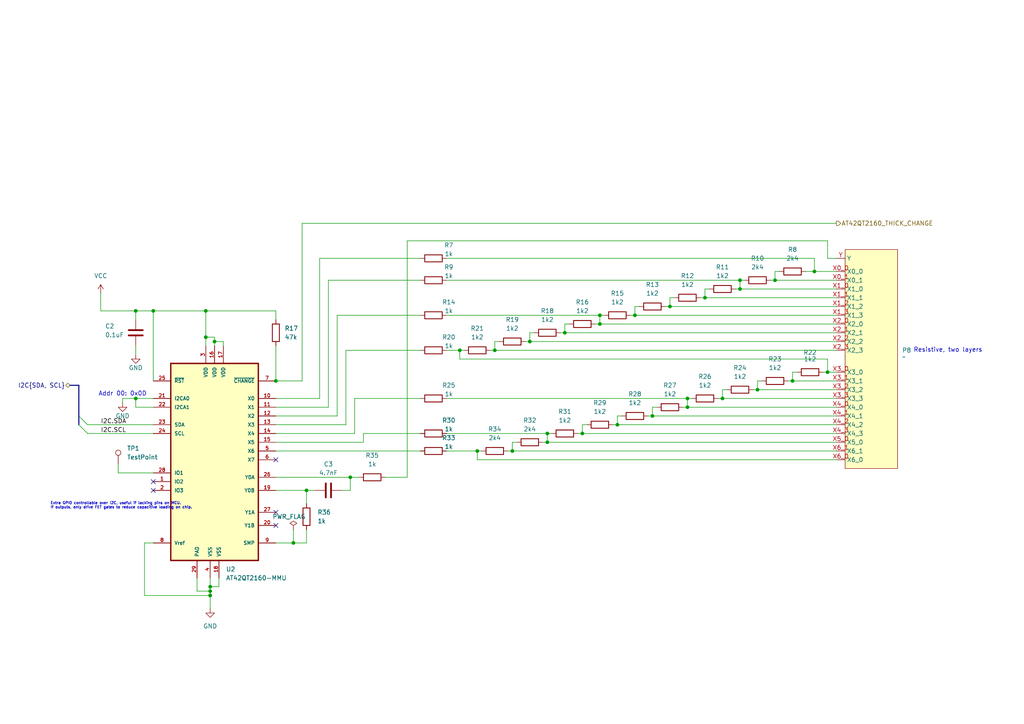
<source format=kicad_sch>
(kicad_sch (version 20231120) (generator "eeschema") (generator_version "8.0")
  (paper "A4")
  (lib_symbols
    (symbol "AT42QT2160-MMU:AT42QT2160-MMU" (pin_names (offset 1.016))
      (property "Reference" "U3" (at 3.2894 -36.83 0))
      (property "Value" "AT42QT2160-MMU" (at 3.2894 -39.37 0))
      (symbol "AT42QT2160-MMU_0_0"
        (rectangle (start -12.7 22.86) (end 12.7 -34.29) (stroke (width 0.4064)) (fill (type background)))
      )
      (symbol "AT42QT2160-MMU_1_0"
        (pin bidirectional line (at -17.78 -11.43 0) (length 5.08) (name "IO2") (number "1"))
        (pin passive line (at 17.78 12.7 180) (length 5.08) (name "X0") (number "10"))
        (pin passive line (at 17.78 10.16 180) (length 5.08) (name "X1") (number "11"))
        (pin passive line (at 17.78 7.62 180) (length 5.08) (name "X2") (number "12"))
        (pin passive line (at 17.78 5.08 180) (length 5.08) (name "X3") (number "13"))
        (pin passive line (at 17.78 2.54 180) (length 5.08) (name "X4") (number "14"))
        (pin passive line (at 17.78 0 180) (length 5.08) (name "X5") (number "15"))
        (pin power_in line (at 0 27.94 270) (length 5.08) (name "VDD") (number "16"))
        (pin power_in line (at 2.54 27.94 270) (length 5.08) (name "VDD") (number "17"))
        (pin power_in line (at 1.27 -39.37 90) (length 5.08) (name "VSS") (number "18"))
        (pin passive line (at 17.78 -13.97 180) (length 5.08) (name "Y0B") (number "19"))
        (pin bidirectional line (at -17.78 -13.97 0) (length 5.08) (name "IO3") (number "2"))
        (pin passive line (at 17.78 -24.13 180) (length 5.08) (name "Y1B") (number "20"))
        (pin input line (at -17.78 12.7 0) (length 5.08) (name "I2CA0") (number "21"))
        (pin input line (at -17.78 10.16 0) (length 5.08) (name "I2CA1") (number "22"))
        (pin bidirectional line (at -17.78 5.08 0) (length 5.08) (name "SDA") (number "23"))
        (pin bidirectional line (at -17.78 2.54 0) (length 5.08) (name "SCL") (number "24"))
        (pin input line (at -17.78 17.78 0) (length 5.08) (name "~{RST}") (number "25"))
        (pin passive line (at 17.78 -10.16 180) (length 5.08) (name "Y0A") (number "26"))
        (pin passive line (at 17.78 -20.32 180) (length 5.08) (name "Y1A") (number "27"))
        (pin bidirectional line (at -17.78 -8.89 0) (length 5.08) (name "IO1") (number "28"))
        (pin power_in line (at -5.08 -39.37 90) (length 5.08) (name "PAD") (number "29"))
        (pin power_in line (at -2.54 27.94 270) (length 5.08) (name "VDD") (number "3"))
        (pin power_in line (at -1.27 -39.37 90) (length 5.08) (name "VSS") (number "4"))
        (pin passive line (at 17.78 -2.54 180) (length 5.08) (name "X6") (number "5"))
        (pin passive line (at 17.78 -5.08 180) (length 5.08) (name "X7") (number "6"))
        (pin output line (at 17.78 17.78 180) (length 5.08) (name "~{CHANGE}") (number "7"))
        (pin power_in line (at -17.78 -29.21 0) (length 5.08) (name "Vref") (number "8"))
        (pin power_in line (at 17.78 -29.21 180) (length 5.08) (name "SMP") (number "9"))
      )
    )
    (symbol "Connector:TestPoint" (pin_numbers hide) (pin_names (offset 0.762) hide)
      (property "Reference" "TP" (at 0 6.858 0))
      (property "Value" "TestPoint" (at 0 5.08 0))
      (symbol "TestPoint_0_1"
        (circle (center 0 3.302) (radius 0.762))
      )
      (symbol "TestPoint_1_1"
        (pin passive line (at 0 0 90) (length 2.54) (name "1") (number "1"))
      )
    )
    (symbol "Device:C" (pin_numbers hide) (pin_names (offset 0.254))
      (property "Reference" "C" (at 0.635 2.54 0))
      (property "Value" "C" (at 0.635 -2.54 0))
      (symbol "C_0_1"
        (polyline (pts (xy -2.032 -0.762) (xy 2.032 -0.762)) (stroke (width 0.508)))
        (polyline (pts (xy -2.032 0.762) (xy 2.032 0.762)) (stroke (width 0.508)))
      )
      (symbol "C_1_1"
        (pin passive line (at 0 3.81 270) (length 2.794) (name "~") (number "1"))
        (pin passive line (at 0 -3.81 90) (length 2.794) (name "~") (number "2"))
      )
    )
    (symbol "Device:R" (pin_numbers hide) (pin_names (offset 0))
      (property "Reference" "R" (at 2.032 0 90))
      (property "Value" "R" (at 0 0 90))
      (symbol "R_0_1"
        (rectangle (start -1.016 -2.54) (end 1.016 2.54) (stroke (width 0.254)))
      )
      (symbol "R_1_1"
        (pin passive line (at 0 3.81 270) (length 1.27) (name "~") (number "1"))
        (pin passive line (at 0 -3.81 90) (length 1.27) (name "~") (number "2"))
      )
    )
    (symbol "Touch:Slider_Resistive_7P_2L"
      (property "Reference" "P" (at 6.35 -53.34 0))
      (symbol "Slider_Resistive_7P_2L_1_1"
        (rectangle (start -7.62 15.24) (end 7.62 -48.26) (fill (type background)))
        (pin output line (at -10.16 8.89 0) (length 2.54) (name "X0_0") (number "X0_0"))
        (pin output line (at -10.16 6.35 0) (length 2.54) (name "X0_1") (number "X0_1"))
        (pin output line (at -10.16 3.81 0) (length 2.54) (name "X1_0") (number "X1_0"))
        (pin output line (at -10.16 1.27 0) (length 2.54) (name "X1_1") (number "X1_1"))
        (pin output line (at -10.16 -1.27 0) (length 2.54) (name "X1_2") (number "X1_2"))
        (pin output line (at -10.16 -3.81 0) (length 2.54) (name "X1_3") (number "X1_3"))
        (pin output line (at -10.16 -6.35 0) (length 2.54) (name "X2_0") (number "X2_0"))
        (pin output line (at -10.16 -8.89 0) (length 2.54) (name "X2_1") (number "X2_1"))
        (pin output line (at -10.16 -11.43 0) (length 2.54) (name "X2_2") (number "X2_2"))
        (pin output line (at -10.16 -13.97 0) (length 2.54) (name "X2_3") (number "X2_3"))
        (pin output line (at -10.16 -20.32 0) (length 2.54) (name "X3_0") (number "X3_0"))
        (pin output line (at -10.16 -22.86 0) (length 2.54) (name "X3_1") (number "X3_1"))
        (pin output line (at -10.16 -25.4 0) (length 2.54) (name "X3_2") (number "X3_2"))
        (pin output line (at -10.16 -27.94 0) (length 2.54) (name "X3_3") (number "X3_3"))
        (pin output line (at -10.16 -30.48 0) (length 2.54) (name "X4_0") (number "X4_0"))
        (pin output line (at -10.16 -33.02 0) (length 2.54) (name "X4_1") (number "X4_1"))
        (pin output line (at -10.16 -35.56 0) (length 2.54) (name "X4_2") (number "X4_2"))
        (pin output line (at -10.16 -38.1 0) (length 2.54) (name "X4_3") (number "X4_3"))
        (pin output line (at -10.16 -40.64 0) (length 2.54) (name "X5_0") (number "X5_0"))
        (pin output line (at -10.16 -45.72 0) (length 2.54) (name "X6_0") (number "X6_0"))
        (pin output line (at -10.16 -43.18 0) (length 2.54) (name "X6_1") (number "X6_1"))
        (pin input line (at -10.16 12.7 0) (length 2.54) (name "Y") (number "Y"))
      )
    )
    (symbol "power:GND" (power) (pin_numbers hide) (pin_names (offset 0) hide)
      (property "Value" "GND" (at 0 -3.81 0))
      (symbol "GND_0_1"
        (polyline (pts (xy 0 0) (xy 0 -1.27) (xy 1.27 -1.27) (xy 0 -2.54) (xy -1.27 -1.27) (xy 0 -1.27)))
      )
      (symbol "GND_1_1"
        (pin power_in line (at 0 0 270) (length 0) (name "~") (number "1"))
      )
    )
    (symbol "power:PWR_FLAG" (power) (pin_numbers hide) (pin_names (offset 0) hide)
      (property "Value" "PWR_FLAG" (at 0 3.81 0))
      (symbol "PWR_FLAG_0_0"
        (pin power_out line (at 0 0 90) (length 0) (name "~") (number "1"))
      )
      (symbol "PWR_FLAG_0_1"
        (polyline (pts (xy 0 0) (xy 0 1.27) (xy -1.016 1.905) (xy 0 2.54) (xy 1.016 1.905) (xy 0 1.27)))
      )
    )
    (symbol "power:VCC" (power) (pin_numbers hide) (pin_names (offset 0) hide)
      (property "Value" "VCC" (at 0 3.556 0))
      (symbol "VCC_0_1"
        (polyline (pts (xy -0.762 1.27) (xy 0 2.54)))
        (polyline (pts (xy 0 0) (xy 0 2.54)))
        (polyline (pts (xy 0 2.54) (xy 0.762 1.27)))
      )
      (symbol "VCC_1_1"
        (pin power_in line (at 0 0 90) (length 0) (name "~") (number "1"))
      )
    )
  )
  (junction (at 184.15 91.44))
  (junction (at 59.69 97.79))
  (junction (at 194.31 88.9))
  (junction (at 138.43 130.81))
  (junction (at 153.67 99.06))
  (junction (at 214.63 81.28))
  (junction (at 204.47 86.36))
  (junction (at 173.99 93.98))
  (junction (at 143.51 101.6))
  (junction (at 44.45 90.17))
  (junction (at 173.99 91.44))
  (junction (at 224.79 81.28))
  (junction (at 60.96 171.45))
  (junction (at 199.39 115.57))
  (junction (at 60.96 172.72))
  (junction (at 240.03 107.95))
  (junction (at 209.55 115.57))
  (junction (at 101.6 138.43))
  (junction (at 163.83 96.52))
  (junction (at 80.01 110.49))
  (junction (at 179.07 123.19))
  (junction (at 39.37 90.17))
  (junction (at 133.35 101.6))
  (junction (at 59.69 90.17))
  (junction (at 189.23 120.65))
  (junction (at 214.63 83.82))
  (junction (at 229.87 110.49))
  (junction (at 199.39 118.11))
  (junction (at 39.37 115.57))
  (junction (at 219.71 113.03))
  (junction (at 85.09 157.48))
  (junction (at 148.59 130.81))
  (junction (at 158.75 128.27))
  (junction (at 168.91 125.73))
  (junction (at 88.9 142.24))
  (junction (at 62.23 99.06))
  (junction (at 236.22 78.74))
  (junction (at 158.75 125.73))
  (junction (at 60.96 170.18))
  (no_connect (at 44.45 139.7))
  (no_connect (at 44.45 142.24))
  (no_connect (at 80.01 152.4))
  (no_connect (at 80.01 148.59))
  (no_connect (at 80.01 133.35))
  (bus_entry (at 22.86 120.65) (size 2.54 2.54))
  (bus_entry (at 22.86 123.19) (size 2.54 2.54))
  (wire (pts (xy 229.87 110.49) (xy 242.57 110.49)))
  (wire (pts (xy 44.45 90.17) (xy 44.45 110.49)))
  (wire (pts (xy 229.87 107.95) (xy 229.87 110.49)))
  (wire (pts (xy 213.36 83.82) (xy 214.63 83.82)))
  (wire (pts (xy 182.88 91.44) (xy 184.15 91.44)))
  (wire (pts (xy 60.96 170.18) (xy 60.96 171.45)))
  (wire (pts (xy 195.58 86.36) (xy 194.31 86.36)))
  (wire (pts (xy 194.31 88.9) (xy 242.57 88.9)))
  (wire (pts (xy 87.63 110.49) (xy 87.63 64.77)))
  (wire (pts (xy 152.4 99.06) (xy 153.67 99.06)))
  (wire (pts (xy 80.01 90.17) (xy 59.69 90.17)))
  (wire (pts (xy 100.33 101.6) (xy 121.92 101.6)))
  (wire (pts (xy 100.33 123.19) (xy 80.01 123.19)))
  (wire (pts (xy 220.98 110.49) (xy 219.71 110.49)))
  (wire (pts (xy 57.15 167.64) (xy 57.15 171.45)))
  (wire (pts (xy 129.54 74.93) (xy 236.22 74.93)))
  (wire (pts (xy 224.79 81.28) (xy 242.57 81.28)))
  (wire (pts (xy 59.69 90.17) (xy 59.69 97.79)))
  (wire (pts (xy 95.25 118.11) (xy 95.25 81.28)))
  (wire (pts (xy 41.91 157.48) (xy 41.91 172.72)))
  (wire (pts (xy 133.35 101.6) (xy 133.35 104.14)))
  (wire (pts (xy 149.86 128.27) (xy 148.59 128.27)))
  (wire (pts (xy 134.62 101.6) (xy 133.35 101.6)))
  (wire (pts (xy 240.03 69.85) (xy 240.03 74.93)))
  (wire (pts (xy 44.45 157.48) (xy 41.91 157.48)))
  (wire (pts (xy 102.87 125.73) (xy 80.01 125.73)))
  (wire (pts (xy 101.6 138.43) (xy 104.14 138.43)))
  (wire (pts (xy 163.83 93.98) (xy 163.83 96.52)))
  (wire (pts (xy 223.52 81.28) (xy 224.79 81.28)))
  (wire (pts (xy 177.8 123.19) (xy 179.07 123.19)))
  (wire (pts (xy 226.06 78.74) (xy 224.79 78.74)))
  (bus (pts (xy 22.86 120.65) (xy 22.86 123.19)))
  (wire (pts (xy 240.03 107.95) (xy 242.57 107.95)))
  (wire (pts (xy 39.37 92.71) (xy 39.37 90.17)))
  (wire (pts (xy 129.54 101.6) (xy 133.35 101.6)))
  (wire (pts (xy 60.96 167.64) (xy 60.96 170.18)))
  (wire (pts (xy 218.44 113.03) (xy 219.71 113.03)))
  (wire (pts (xy 85.09 153.67) (xy 85.09 157.48)))
  (wire (pts (xy 231.14 107.95) (xy 229.87 107.95)))
  (wire (pts (xy 129.54 125.73) (xy 158.75 125.73)))
  (wire (pts (xy 80.01 157.48) (xy 85.09 157.48)))
  (wire (pts (xy 233.68 78.74) (xy 236.22 78.74)))
  (wire (pts (xy 184.15 91.44) (xy 184.15 88.9)))
  (wire (pts (xy 162.56 96.52) (xy 163.83 96.52)))
  (wire (pts (xy 242.57 83.82) (xy 214.63 83.82)))
  (wire (pts (xy 63.5 167.64) (xy 63.5 170.18)))
  (wire (pts (xy 242.57 91.44) (xy 184.15 91.44)))
  (wire (pts (xy 57.15 171.45) (xy 60.96 171.45)))
  (wire (pts (xy 148.59 128.27) (xy 148.59 130.81)))
  (wire (pts (xy 44.45 118.11) (xy 39.37 118.11)))
  (wire (pts (xy 168.91 123.19) (xy 168.91 125.73)))
  (wire (pts (xy 190.5 118.11) (xy 189.23 118.11)))
  (wire (pts (xy 88.9 146.05) (xy 88.9 142.24)))
  (wire (pts (xy 129.54 130.81) (xy 138.43 130.81)))
  (wire (pts (xy 184.15 88.9) (xy 185.42 88.9)))
  (wire (pts (xy 95.25 81.28) (xy 121.92 81.28)))
  (wire (pts (xy 80.01 142.24) (xy 88.9 142.24)))
  (wire (pts (xy 39.37 100.33) (xy 39.37 102.87)))
  (wire (pts (xy 203.2 86.36) (xy 204.47 86.36)))
  (wire (pts (xy 88.9 142.24) (xy 91.44 142.24)))
  (wire (pts (xy 129.54 81.28) (xy 214.63 81.28)))
  (wire (pts (xy 236.22 78.74) (xy 242.57 78.74)))
  (wire (pts (xy 180.34 120.65) (xy 179.07 120.65)))
  (wire (pts (xy 205.74 83.82) (xy 204.47 83.82)))
  (wire (pts (xy 158.75 128.27) (xy 157.48 128.27)))
  (wire (pts (xy 199.39 118.11) (xy 242.57 118.11)))
  (wire (pts (xy 224.79 78.74) (xy 224.79 81.28)))
  (wire (pts (xy 62.23 99.06) (xy 62.23 100.33)))
  (wire (pts (xy 240.03 74.93) (xy 242.57 74.93)))
  (wire (pts (xy 154.94 96.52) (xy 153.67 96.52)))
  (wire (pts (xy 144.78 99.06) (xy 143.51 99.06)))
  (wire (pts (xy 64.77 100.33) (xy 64.77 99.06)))
  (wire (pts (xy 214.63 83.82) (xy 214.63 81.28)))
  (wire (pts (xy 208.28 115.57) (xy 209.55 115.57)))
  (wire (pts (xy 204.47 86.36) (xy 242.57 86.36)))
  (wire (pts (xy 80.01 138.43) (xy 101.6 138.43)))
  (wire (pts (xy 100.33 101.6) (xy 100.33 123.19)))
  (wire (pts (xy 35.56 115.57) (xy 35.56 116.84)))
  (wire (pts (xy 148.59 130.81) (xy 242.57 130.81)))
  (wire (pts (xy 147.32 130.81) (xy 148.59 130.81)))
  (wire (pts (xy 179.07 120.65) (xy 179.07 123.19)))
  (wire (pts (xy 29.21 85.09) (xy 29.21 90.17)))
  (wire (pts (xy 97.79 120.65) (xy 80.01 120.65)))
  (wire (pts (xy 92.71 115.57) (xy 80.01 115.57)))
  (wire (pts (xy 214.63 81.28) (xy 215.9 81.28)))
  (wire (pts (xy 168.91 125.73) (xy 167.64 125.73)))
  (wire (pts (xy 101.6 142.24) (xy 101.6 138.43)))
  (wire (pts (xy 129.54 91.44) (xy 173.99 91.44)))
  (wire (pts (xy 97.79 91.44) (xy 97.79 120.65)))
  (wire (pts (xy 138.43 133.35) (xy 138.43 130.81)))
  (wire (pts (xy 193.04 88.9) (xy 194.31 88.9)))
  (wire (pts (xy 172.72 93.98) (xy 173.99 93.98)))
  (wire (pts (xy 87.63 64.77) (xy 242.57 64.77)))
  (wire (pts (xy 236.22 78.74) (xy 236.22 74.93)))
  (wire (pts (xy 41.91 172.72) (xy 60.96 172.72)))
  (wire (pts (xy 163.83 96.52) (xy 242.57 96.52)))
  (wire (pts (xy 80.01 130.81) (xy 121.92 130.81)))
  (wire (pts (xy 39.37 118.11) (xy 39.37 115.57)))
  (wire (pts (xy 173.99 91.44) (xy 173.99 93.98)))
  (wire (pts (xy 80.01 100.33) (xy 80.01 110.49)))
  (wire (pts (xy 80.01 128.27) (xy 105.41 128.27)))
  (wire (pts (xy 34.29 137.16) (xy 34.29 134.62)))
  (wire (pts (xy 179.07 123.19) (xy 242.57 123.19)))
  (wire (pts (xy 39.37 115.57) (xy 35.56 115.57)))
  (wire (pts (xy 194.31 86.36) (xy 194.31 88.9)))
  (wire (pts (xy 200.66 115.57) (xy 199.39 115.57)))
  (wire (pts (xy 240.03 104.14) (xy 240.03 107.95)))
  (wire (pts (xy 118.11 69.85) (xy 240.03 69.85)))
  (wire (pts (xy 118.11 138.43) (xy 118.11 69.85)))
  (wire (pts (xy 80.01 92.71) (xy 80.01 90.17)))
  (wire (pts (xy 158.75 125.73) (xy 158.75 128.27)))
  (wire (pts (xy 133.35 104.14) (xy 240.03 104.14)))
  (wire (pts (xy 210.82 113.03) (xy 209.55 113.03)))
  (wire (pts (xy 60.96 172.72) (xy 60.96 176.53)))
  (bus (pts (xy 22.86 111.76) (xy 22.86 120.65)))
  (wire (pts (xy 64.77 99.06) (xy 62.23 99.06)))
  (wire (pts (xy 153.67 99.06) (xy 242.57 99.06)))
  (wire (pts (xy 105.41 128.27) (xy 105.41 125.73)))
  (wire (pts (xy 59.69 97.79) (xy 62.23 97.79)))
  (wire (pts (xy 44.45 123.19) (xy 25.4 123.19)))
  (wire (pts (xy 39.37 90.17) (xy 44.45 90.17)))
  (wire (pts (xy 173.99 91.44) (xy 175.26 91.44)))
  (wire (pts (xy 173.99 93.98) (xy 242.57 93.98)))
  (wire (pts (xy 187.96 120.65) (xy 189.23 120.65)))
  (wire (pts (xy 80.01 110.49) (xy 87.63 110.49)))
  (wire (pts (xy 198.12 118.11) (xy 199.39 118.11)))
  (wire (pts (xy 102.87 115.57) (xy 102.87 125.73)))
  (wire (pts (xy 158.75 128.27) (xy 242.57 128.27)))
  (wire (pts (xy 105.41 125.73) (xy 121.92 125.73)))
  (wire (pts (xy 88.9 157.48) (xy 88.9 153.67)))
  (wire (pts (xy 92.71 74.93) (xy 121.92 74.93)))
  (wire (pts (xy 168.91 125.73) (xy 242.57 125.73)))
  (wire (pts (xy 129.54 115.57) (xy 199.39 115.57)))
  (wire (pts (xy 60.96 171.45) (xy 60.96 172.72)))
  (wire (pts (xy 80.01 118.11) (xy 95.25 118.11)))
  (wire (pts (xy 153.67 96.52) (xy 153.67 99.06)))
  (wire (pts (xy 97.79 91.44) (xy 121.92 91.44)))
  (wire (pts (xy 209.55 113.03) (xy 209.55 115.57)))
  (wire (pts (xy 102.87 115.57) (xy 121.92 115.57)))
  (wire (pts (xy 199.39 115.57) (xy 199.39 118.11)))
  (wire (pts (xy 111.76 138.43) (xy 118.11 138.43)))
  (wire (pts (xy 29.21 90.17) (xy 39.37 90.17)))
  (wire (pts (xy 63.5 170.18) (xy 60.96 170.18)))
  (wire (pts (xy 189.23 118.11) (xy 189.23 120.65)))
  (wire (pts (xy 142.24 101.6) (xy 143.51 101.6)))
  (wire (pts (xy 228.6 110.49) (xy 229.87 110.49)))
  (wire (pts (xy 99.06 142.24) (xy 101.6 142.24)))
  (wire (pts (xy 160.02 125.73) (xy 158.75 125.73)))
  (wire (pts (xy 204.47 83.82) (xy 204.47 86.36)))
  (wire (pts (xy 44.45 90.17) (xy 59.69 90.17)))
  (wire (pts (xy 138.43 130.81) (xy 139.7 130.81)))
  (wire (pts (xy 165.1 93.98) (xy 163.83 93.98)))
  (wire (pts (xy 209.55 115.57) (xy 242.57 115.57)))
  (wire (pts (xy 170.18 123.19) (xy 168.91 123.19)))
  (bus (pts (xy 20.32 111.76) (xy 22.86 111.76)))
  (wire (pts (xy 242.57 133.35) (xy 138.43 133.35)))
  (wire (pts (xy 219.71 113.03) (xy 242.57 113.03)))
  (wire (pts (xy 92.71 74.93) (xy 92.71 115.57)))
  (wire (pts (xy 44.45 125.73) (xy 25.4 125.73)))
  (wire (pts (xy 39.37 115.57) (xy 44.45 115.57)))
  (wire (pts (xy 85.09 157.48) (xy 88.9 157.48)))
  (wire (pts (xy 189.23 120.65) (xy 242.57 120.65)))
  (wire (pts (xy 59.69 97.79) (xy 59.69 100.33)))
  (wire (pts (xy 62.23 97.79) (xy 62.23 99.06)))
  (wire (pts (xy 219.71 110.49) (xy 219.71 113.03)))
  (wire (pts (xy 238.76 107.95) (xy 240.03 107.95)))
  (wire (pts (xy 44.45 137.16) (xy 34.29 137.16)))
  (wire (pts (xy 143.51 101.6) (xy 242.57 101.6)))
  (wire (pts (xy 143.51 99.06) (xy 143.51 101.6)))
  (text "Addr 00: 0x0D" (at 35.56 114.3 0) (effects (font (size 1.27 1.27))))
  (text "Extra GPIO controllable over I2C, useful if lacking pins on MCU.\nIf outputs, only drive FET gates to reduce capacitive loading on chip." (at 14.605 146.685 0) (effects (font (size 0.762 0.762)) (justify left)))
  (text "Resistive, two layers" (at 274.955 101.6 0) (effects (font (size 1.27 1.27))))
  (label "I2C.SCL" (at 29.21 125.73 0))
  (label "I2C.SDA" (at 29.21 123.19 0))
  (hierarchical_label "I2C{SDA, SCL}" (shape bidirectional) (at 20.32 111.76 180))
  (hierarchical_label "AT42QT2160_THICK_CHANGE" (shape output) (at 242.57 64.77 0))
  (symbol (lib_id "Device:R") (at 229.87 78.74 90) (unit 1)
    (property "Reference" "R8" (at 229.87 72.39 90))
    (property "Value" "2k4" (at 229.87 74.93 90))
    (property "Footprint" "Resistor_SMD:R_0603_1608Metric" (effects (hide yes)))
    (property "Description" "Resistor" (effects (hide yes)))
  )
  (symbol (lib_id "Device:R") (at 125.73 130.81 90) (unit 1)
    (property "Reference" "R33" (at 130.175 127 90))
    (property "Value" "1k" (at 130.175 129.54 90))
    (property "Footprint" "Resistor_SMD:R_0603_1608Metric" (effects (hide yes)))
    (property "Description" "Resistor" (effects (hide yes)))
  )
  (symbol (lib_id "Device:R") (at 179.07 91.44 90) (unit 1)
    (property "Reference" "R15" (at 179.07 85.09 90))
    (property "Value" "1k2" (at 179.07 87.63 90))
    (property "Footprint" "Resistor_SMD:R_0603_1608Metric" (effects (hide yes)))
    (property "Description" "Resistor" (effects (hide yes)))
  )
  (symbol (lib_id "Device:R") (at 125.73 91.44 90) (unit 1)
    (property "Reference" "R14" (at 130.175 87.63 90))
    (property "Value" "1k" (at 130.175 90.17 90))
    (property "Footprint" "Resistor_SMD:R_0603_1608Metric" (effects (hide yes)))
    (property "Description" "Resistor" (effects (hide yes)))
  )
  (symbol (lib_id "power:VCC") (at 29.21 85.09 0) (unit 1)
    (property "Reference" "#PWR04" (effects (hide yes)))
    (property "Value" "VCC" (at 29.21 80.01 0))
    (property "Description" "Power symbol creates a global label with name \"VCC\"" (effects (hide yes)))
  )
  (symbol (lib_id "Device:R") (at 153.67 128.27 90) (unit 1)
    (property "Reference" "R32" (at 153.67 121.92 90))
    (property "Value" "2k4" (at 153.67 124.46 90))
    (property "Footprint" "Resistor_SMD:R_0603_1608Metric" (effects (hide yes)))
    (property "Description" "Resistor" (effects (hide yes)))
  )
  (symbol (lib_id "Device:R") (at 158.75 96.52 90) (unit 1)
    (property "Reference" "R18" (at 158.75 90.17 90))
    (property "Value" "1k2" (at 158.75 92.71 90))
    (property "Footprint" "Resistor_SMD:R_0603_1608Metric" (effects (hide yes)))
    (property "Description" "Resistor" (effects (hide yes)))
  )
  (symbol (lib_id "Device:R") (at 219.71 81.28 270) (unit 1)
    (property "Reference" "R10" (at 219.71 74.93 90))
    (property "Value" "2k4" (at 219.71 77.47 90))
    (property "Footprint" "Resistor_SMD:R_0603_1608Metric" (effects (hide yes)))
    (property "Description" "Resistor" (effects (hide yes)))
  )
  (symbol (lib_id "power:GND") (at 39.37 102.87 0) (unit 1)
    (property "Reference" "#PWR05" (effects (hide yes)))
    (property "Value" "GND" (at 39.37 106.68 0))
    (property "Description" "Power symbol creates a global label with name \"GND\" , ground" (effects (hide yes)))
  )
  (symbol (lib_id "Device:R") (at 199.39 86.36 90) (unit 1)
    (property "Reference" "R12" (at 199.39 80.01 90))
    (property "Value" "1k2" (at 199.39 82.55 90))
    (property "Footprint" "Resistor_SMD:R_0603_1608Metric" (effects (hide yes)))
    (property "Description" "Resistor" (effects (hide yes)))
  )
  (symbol (lib_id "Device:R") (at 224.79 110.49 270) (unit 1)
    (property "Reference" "R23" (at 224.79 104.14 90))
    (property "Value" "1k2" (at 224.79 106.68 90))
    (property "Footprint" "Resistor_SMD:R_0603_1608Metric" (effects (hide yes)))
    (property "Description" "Resistor" (effects (hide yes)))
  )
  (symbol (lib_id "Device:R") (at 234.95 107.95 90) (unit 1)
    (property "Reference" "R22" (at 234.95 102.235 90))
    (property "Value" "1k2" (at 234.95 104.14 90))
    (property "Footprint" "Resistor_SMD:R_0603_1608Metric" (effects (hide yes)))
    (property "Description" "Resistor" (effects (hide yes)))
  )
  (symbol (lib_id "Device:R") (at 173.99 123.19 90) (unit 1)
    (property "Reference" "R29" (at 173.99 116.84 90))
    (property "Value" "1k2" (at 173.99 119.38 90))
    (property "Footprint" "Resistor_SMD:R_0603_1608Metric" (effects (hide yes)))
    (property "Description" "Resistor" (effects (hide yes)))
  )
  (symbol (lib_id "Device:C") (at 39.37 96.52 0) (unit 1)
    (property "Reference" "C2" (at 30.48 94.615 0) (effects (justify left)))
    (property "Value" "0.1uF" (at 30.48 97.155 0) (effects (justify left)))
    (property "Footprint" "Capacitor_SMD:C_0603_1608Metric" (effects (hide yes)))
    (property "Description" "Unpolarized capacitor" (effects (hide yes)))
  )
  (symbol (lib_id "Device:R") (at 80.01 96.52 0) (unit 1)
    (property "Reference" "R17" (at 82.55 95.2499 0) (effects (justify left)))
    (property "Value" "47k" (at 82.55 97.7899 0) (effects (justify left)))
    (property "Footprint" "Resistor_SMD:R_0603_1608Metric" (effects (hide yes)))
    (property "Description" "Resistor" (effects (hide yes)))
  )
  (symbol (lib_id "power:PWR_FLAG") (at 85.09 153.67 0) (unit 1)
    (property "Reference" "#FLG01" (effects (hide yes)))
    (property "Value" "PWR_FLAG" (at 83.82 149.86 0))
    (property "Description" "Special symbol for telling ERC where power comes from" (effects (hide yes)))
  )
  (symbol (lib_id "Device:R") (at 209.55 83.82 90) (unit 1)
    (property "Reference" "R11" (at 209.55 77.47 90))
    (property "Value" "1k2" (at 209.55 80.01 90))
    (property "Footprint" "Resistor_SMD:R_0603_1608Metric" (effects (hide yes)))
    (property "Description" "Resistor" (effects (hide yes)))
  )
  (symbol (lib_id "Device:R") (at 143.51 130.81 90) (unit 1)
    (property "Reference" "R34" (at 143.51 124.46 90))
    (property "Value" "2k4" (at 143.51 127 90))
    (property "Footprint" "Resistor_SMD:R_0603_1608Metric" (effects (hide yes)))
    (property "Description" "Resistor" (effects (hide yes)))
  )
  (symbol (lib_id "Connector:TestPoint") (at 34.29 134.62 0) (unit 1)
    (property "Reference" "TP1" (at 36.83 130.0479 0) (effects (justify left)))
    (property "Value" "TestPoint" (at 36.83 132.5879 0) (effects (justify left)))
    (property "Footprint" "TestPoint:TestPoint_Pad_D3.0mm" (effects (hide yes)))
    (property "Description" "test point" (effects (hide yes)))
  )
  (symbol (lib_id "Device:R") (at 204.47 115.57 90) (unit 1)
    (property "Reference" "R26" (at 204.47 109.22 90))
    (property "Value" "1k2" (at 204.47 111.76 90))
    (property "Footprint" "Resistor_SMD:R_0603_1608Metric" (effects (hide yes)))
    (property "Description" "Resistor" (effects (hide yes)))
  )
  (symbol (lib_id "Device:R") (at 88.9 149.86 180) (unit 1)
    (property "Reference" "R36" (at 92.075 148.59 0) (effects (justify right)))
    (property "Value" "1k" (at 92.075 151.13 0) (effects (justify right)))
    (property "Footprint" "Resistor_SMD:R_0603_1608Metric" (effects (hide yes)))
    (property "Description" "Resistor" (effects (hide yes)))
  )
  (symbol (lib_id "Device:R") (at 125.73 74.93 90) (unit 1)
    (property "Reference" "R7" (at 130.175 71.12 90))
    (property "Value" "1k" (at 130.175 73.66 90))
    (property "Footprint" "Resistor_SMD:R_0603_1608Metric" (effects (hide yes)))
    (property "Description" "Resistor" (effects (hide yes)))
  )
  (symbol (lib_id "power:GND") (at 60.96 176.53 0) (unit 1)
    (property "Reference" "#PWR07" (effects (hide yes)))
    (property "Value" "GND" (at 60.96 181.61 0))
    (property "Description" "Power symbol creates a global label with name \"GND\" , ground" (effects (hide yes)))
  )
  (symbol (lib_id "AT42QT2160-MMU:AT42QT2160-MMU") (at 62.23 128.27 0) (unit 1)
    (property "Reference" "U2" (at 65.5194 165.1 0) (effects (justify left)))
    (property "Value" "AT42QT2160-MMU" (at 65.5194 167.64 0) (effects (justify left)))
    (property "Footprint" "Package_DFN_QFN:VQFN-28-1EP_4x4mm_P0.45mm_EP2.4x2.4mm_ThermalVias" (effects (hide yes)))
    (property "MPN" "AT42QT2160-MMU" (effects (hide yes)))
    (property "Purchase-URL" "https://www.snapeda.com/api/url_track_click_mouser/?unipart_id=43796&manufacturer=Microchip&part_name=AT42QT2160-MMU&search_term=at42qt2160" (effects (hide yes)))
  )
  (symbol (lib_id "Device:R") (at 163.83 125.73 90) (unit 1)
    (property "Reference" "R31" (at 163.83 119.38 90))
    (property "Value" "1k2" (at 163.83 121.92 90))
    (property "Footprint" "Resistor_SMD:R_0603_1608Metric" (effects (hide yes)))
    (property "Description" "Resistor" (effects (hide yes)))
  )
  (symbol (lib_id "Touch:Slider_Resistive_7P_2L") (at 252.73 87.63 0) (unit 1)
    (property "Reference" "P8" (at 261.62 101.5999 0) (effects (justify left)))
    (property "Value" "~" (at 261.62 103.505 0) (effects (justify left)))
    (property "Footprint" "Touch:Slider_ResistiveInterpolation_7P_2L" (effects (hide yes)))
  )
  (symbol (lib_id "Device:R") (at 138.43 101.6 90) (unit 1)
    (property "Reference" "R21" (at 138.43 95.25 90))
    (property "Value" "1k2" (at 138.43 97.79 90))
    (property "Footprint" "Resistor_SMD:R_0603_1608Metric" (effects (hide yes)))
    (property "Description" "Resistor" (effects (hide yes)))
  )
  (symbol (lib_id "Device:R") (at 125.73 125.73 90) (unit 1)
    (property "Reference" "R30" (at 130.175 121.92 90))
    (property "Value" "1k" (at 130.175 124.46 90))
    (property "Footprint" "Resistor_SMD:R_0603_1608Metric" (effects (hide yes)))
    (property "Description" "Resistor" (effects (hide yes)))
  )
  (symbol (lib_id "Device:R") (at 184.15 120.65 90) (unit 1)
    (property "Reference" "R28" (at 184.15 114.3 90))
    (property "Value" "1k2" (at 184.15 116.84 90))
    (property "Footprint" "Resistor_SMD:R_0603_1608Metric" (effects (hide yes)))
    (property "Description" "Resistor" (effects (hide yes)))
  )
  (symbol (lib_id "Device:R") (at 148.59 99.06 90) (unit 1)
    (property "Reference" "R19" (at 148.59 92.71 90))
    (property "Value" "1k2" (at 148.59 95.25 90))
    (property "Footprint" "Resistor_SMD:R_0603_1608Metric" (effects (hide yes)))
    (property "Description" "Resistor" (effects (hide yes)))
  )
  (symbol (lib_id "Device:R") (at 194.31 118.11 90) (unit 1)
    (property "Reference" "R27" (at 194.31 111.76 90))
    (property "Value" "1k2" (at 194.31 114.3 90))
    (property "Footprint" "Resistor_SMD:R_0603_1608Metric" (effects (hide yes)))
    (property "Description" "Resistor" (effects (hide yes)))
  )
  (symbol (lib_id "Device:R") (at 189.23 88.9 90) (unit 1)
    (property "Reference" "R13" (at 189.23 82.55 90))
    (property "Value" "1k2" (at 189.23 85.09 90))
    (property "Footprint" "Resistor_SMD:R_0603_1608Metric" (effects (hide yes)))
    (property "Description" "Resistor" (effects (hide yes)))
  )
  (symbol (lib_id "Device:R") (at 214.63 113.03 90) (unit 1)
    (property "Reference" "R24" (at 214.63 106.68 90))
    (property "Value" "1k2" (at 214.63 109.22 90))
    (property "Footprint" "Resistor_SMD:R_0603_1608Metric" (effects (hide yes)))
    (property "Description" "Resistor" (effects (hide yes)))
  )
  (symbol (lib_id "Device:R") (at 168.91 93.98 90) (unit 1)
    (property "Reference" "R16" (at 168.91 87.63 90))
    (property "Value" "1k2" (at 168.91 90.17 90))
    (property "Footprint" "Resistor_SMD:R_0603_1608Metric" (effects (hide yes)))
    (property "Description" "Resistor" (effects (hide yes)))
  )
  (symbol (lib_id "Device:R") (at 125.73 101.6 90) (unit 1)
    (property "Reference" "R20" (at 130.175 97.79 90))
    (property "Value" "1k" (at 130.175 100.33 90))
    (property "Footprint" "Resistor_SMD:R_0603_1608Metric" (effects (hide yes)))
    (property "Description" "Resistor" (effects (hide yes)))
  )
  (symbol (lib_id "Device:R") (at 125.73 115.57 90) (unit 1)
    (property "Reference" "R25" (at 130.175 111.76 90))
    (property "Value" "1k" (at 130.175 114.3 90))
    (property "Footprint" "Resistor_SMD:R_0603_1608Metric" (effects (hide yes)))
    (property "Description" "Resistor" (effects (hide yes)))
  )
  (symbol (lib_id "Device:R") (at 107.95 138.43 90) (unit 1)
    (property "Reference" "R35" (at 107.95 132.08 90))
    (property "Value" "1k" (at 107.95 134.62 90))
    (property "Footprint" "Resistor_SMD:R_0603_1608Metric" (effects (hide yes)))
    (property "Description" "Resistor" (effects (hide yes)))
  )
  (symbol (lib_id "Device:C") (at 95.25 142.24 90) (unit 1)
    (property "Reference" "C3" (at 95.25 134.62 90))
    (property "Value" "4.7nF" (at 95.25 137.16 90))
    (property "Footprint" "Capacitor_SMD:C_0603_1608Metric" (effects (hide yes)))
    (property "Description" "Unpolarized capacitor" (effects (hide yes)))
  )
  (symbol (lib_id "power:GND") (at 35.56 116.84 0) (unit 1)
    (property "Reference" "#PWR06" (effects (hide yes)))
    (property "Value" "GND" (at 35.56 120.65 0))
    (property "Description" "Power symbol creates a global label with name \"GND\" , ground" (effects (hide yes)))
  )
  (symbol (lib_id "Device:R") (at 125.73 81.28 90) (unit 1)
    (property "Reference" "R9" (at 130.175 77.47 90))
    (property "Value" "1k" (at 130.175 80.01 90))
    (property "Footprint" "Resistor_SMD:R_0603_1608Metric" (effects (hide yes)))
    (property "Description" "Resistor" (effects (hide yes)))
  )
)
</source>
